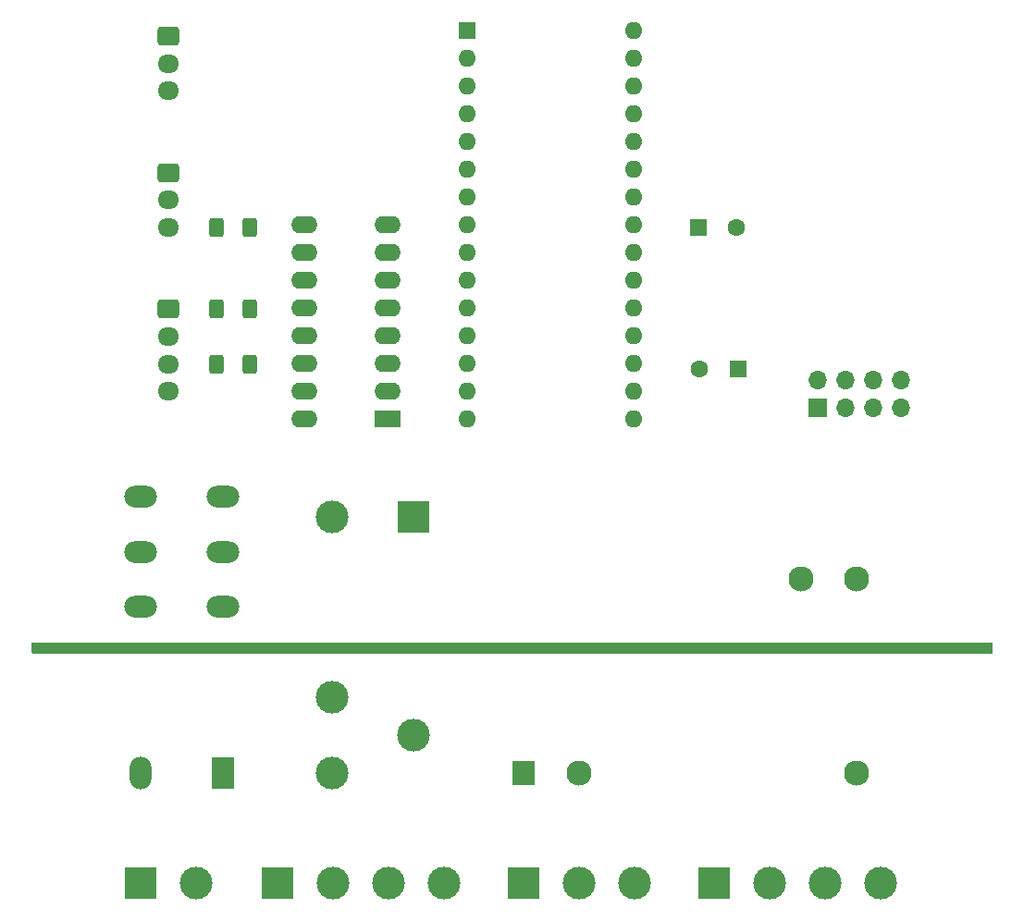
<source format=gbr>
%TF.GenerationSoftware,KiCad,Pcbnew,6.0.5*%
%TF.CreationDate,2022-07-08T15:37:51+02:00*%
%TF.ProjectId,pool_heater,706f6f6c-5f68-4656-9174-65722e6b6963,rev?*%
%TF.SameCoordinates,Original*%
%TF.FileFunction,Soldermask,Top*%
%TF.FilePolarity,Negative*%
%FSLAX46Y46*%
G04 Gerber Fmt 4.6, Leading zero omitted, Abs format (unit mm)*
G04 Created by KiCad (PCBNEW 6.0.5) date 2022-07-08 15:37:51*
%MOMM*%
%LPD*%
G01*
G04 APERTURE LIST*
G04 Aperture macros list*
%AMRoundRect*
0 Rectangle with rounded corners*
0 $1 Rounding radius*
0 $2 $3 $4 $5 $6 $7 $8 $9 X,Y pos of 4 corners*
0 Add a 4 corners polygon primitive as box body*
4,1,4,$2,$3,$4,$5,$6,$7,$8,$9,$2,$3,0*
0 Add four circle primitives for the rounded corners*
1,1,$1+$1,$2,$3*
1,1,$1+$1,$4,$5*
1,1,$1+$1,$6,$7*
1,1,$1+$1,$8,$9*
0 Add four rect primitives between the rounded corners*
20,1,$1+$1,$2,$3,$4,$5,0*
20,1,$1+$1,$4,$5,$6,$7,0*
20,1,$1+$1,$6,$7,$8,$9,0*
20,1,$1+$1,$8,$9,$2,$3,0*%
G04 Aperture macros list end*
%ADD10R,3.000000X3.000000*%
%ADD11C,3.000000*%
%ADD12R,2.400000X1.600000*%
%ADD13O,2.400000X1.600000*%
%ADD14O,3.000000X2.000000*%
%ADD15R,2.000000X3.000000*%
%ADD16O,2.000000X3.000000*%
%ADD17RoundRect,0.250000X-0.725000X0.600000X-0.725000X-0.600000X0.725000X-0.600000X0.725000X0.600000X0*%
%ADD18O,1.950000X1.700000*%
%ADD19RoundRect,0.250000X0.400000X0.625000X-0.400000X0.625000X-0.400000X-0.625000X0.400000X-0.625000X0*%
%ADD20R,1.600000X1.600000*%
%ADD21C,1.600000*%
%ADD22R,1.700000X1.700000*%
%ADD23O,1.700000X1.700000*%
%ADD24O,1.600000X1.600000*%
%ADD25R,2.000000X2.300000*%
%ADD26C,2.300000*%
G04 APERTURE END LIST*
D10*
%TO.C,J1*%
X31000000Y-105000000D03*
D11*
X36080000Y-105000000D03*
%TD*%
D12*
%TO.C,U1*%
X53620000Y-62500000D03*
D13*
X53620000Y-59960000D03*
X53620000Y-57420000D03*
X53620000Y-54880000D03*
X53620000Y-52340000D03*
X53620000Y-49800000D03*
X53620000Y-47260000D03*
X53620000Y-44720000D03*
X46000000Y-44720000D03*
X46000000Y-47260000D03*
X46000000Y-49800000D03*
X46000000Y-52340000D03*
X46000000Y-54880000D03*
X46000000Y-57420000D03*
X46000000Y-59960000D03*
X46000000Y-62500000D03*
%TD*%
D11*
%TO.C,K2*%
X56000000Y-91500000D03*
X48500000Y-88000000D03*
X48500000Y-95000000D03*
D10*
X56000000Y-71500000D03*
D11*
X48500000Y-71500000D03*
%TD*%
D14*
%TO.C,K1*%
X31000000Y-74700000D03*
X38500000Y-74700000D03*
X38500000Y-79740000D03*
X31000000Y-79740000D03*
X31000000Y-69660000D03*
X38500000Y-69660000D03*
D15*
X38500000Y-95000000D03*
D16*
X31000000Y-95000000D03*
%TD*%
D17*
%TO.C,J7*%
X33500000Y-52500000D03*
D18*
X33500000Y-55000000D03*
X33500000Y-57500000D03*
X33500000Y-60000000D03*
%TD*%
D17*
%TO.C,J6*%
X33500000Y-40000000D03*
D18*
X33500000Y-42500000D03*
X33500000Y-45000000D03*
%TD*%
D10*
%TO.C,J2*%
X43500000Y-105000000D03*
D11*
X48580000Y-105000000D03*
X53660000Y-105000000D03*
X58740000Y-105000000D03*
%TD*%
D19*
%TO.C,R2*%
X41000000Y-45000000D03*
X37900000Y-45000000D03*
%TD*%
D17*
%TO.C,J5*%
X33500000Y-27500000D03*
D18*
X33500000Y-30000000D03*
X33500000Y-32500000D03*
%TD*%
D20*
%TO.C,C1*%
X85652651Y-58000000D03*
D21*
X82152651Y-58000000D03*
%TD*%
D10*
%TO.C,J4*%
X83500000Y-105000000D03*
D11*
X88580000Y-105000000D03*
X93660000Y-105000000D03*
X98740000Y-105000000D03*
%TD*%
D22*
%TO.C,U2*%
X93000000Y-61540000D03*
D23*
X93000000Y-59000000D03*
X95540000Y-61540000D03*
X95540000Y-59000000D03*
X98080000Y-61540000D03*
X98080000Y-59000000D03*
X100620000Y-61540000D03*
X100620000Y-59000000D03*
%TD*%
D20*
%TO.C,A1*%
X60890000Y-26940000D03*
D24*
X60890000Y-29480000D03*
X60890000Y-32020000D03*
X60890000Y-34560000D03*
X60890000Y-37100000D03*
X60890000Y-39640000D03*
X60890000Y-42180000D03*
X60890000Y-44720000D03*
X60890000Y-47260000D03*
X60890000Y-49800000D03*
X60890000Y-52340000D03*
X60890000Y-54880000D03*
X60890000Y-57420000D03*
X60890000Y-59960000D03*
X60890000Y-62500000D03*
X76130000Y-62500000D03*
X76130000Y-59960000D03*
X76130000Y-57420000D03*
X76130000Y-54880000D03*
X76130000Y-52340000D03*
X76130000Y-49800000D03*
X76130000Y-47260000D03*
X76130000Y-44720000D03*
X76130000Y-42180000D03*
X76130000Y-39640000D03*
X76130000Y-37100000D03*
X76130000Y-34560000D03*
X76130000Y-32020000D03*
X76130000Y-29480000D03*
X76130000Y-26940000D03*
%TD*%
D19*
%TO.C,R5*%
X41000000Y-57500000D03*
X37900000Y-57500000D03*
%TD*%
D25*
%TO.C,PS1*%
X66000000Y-95000000D03*
D26*
X71080000Y-95000000D03*
X96480000Y-95000000D03*
X96480000Y-77220000D03*
X91400000Y-77220000D03*
%TD*%
D10*
%TO.C,J3*%
X66000000Y-105000000D03*
D11*
X71080000Y-105000000D03*
X76160000Y-105000000D03*
%TD*%
D20*
%TO.C,C2*%
X82000000Y-45000000D03*
D21*
X85500000Y-45000000D03*
%TD*%
D19*
%TO.C,R3*%
X41000000Y-52500000D03*
X37900000Y-52500000D03*
%TD*%
G36*
X108942121Y-83020002D02*
G01*
X108988614Y-83073658D01*
X109000000Y-83126000D01*
X109000000Y-83874000D01*
X108979998Y-83942121D01*
X108926342Y-83988614D01*
X108874000Y-84000000D01*
X21126000Y-84000000D01*
X21057879Y-83979998D01*
X21011386Y-83926342D01*
X21000000Y-83874000D01*
X21000000Y-83126000D01*
X21020002Y-83057879D01*
X21073658Y-83011386D01*
X21126000Y-83000000D01*
X108874000Y-83000000D01*
X108942121Y-83020002D01*
G37*
M02*

</source>
